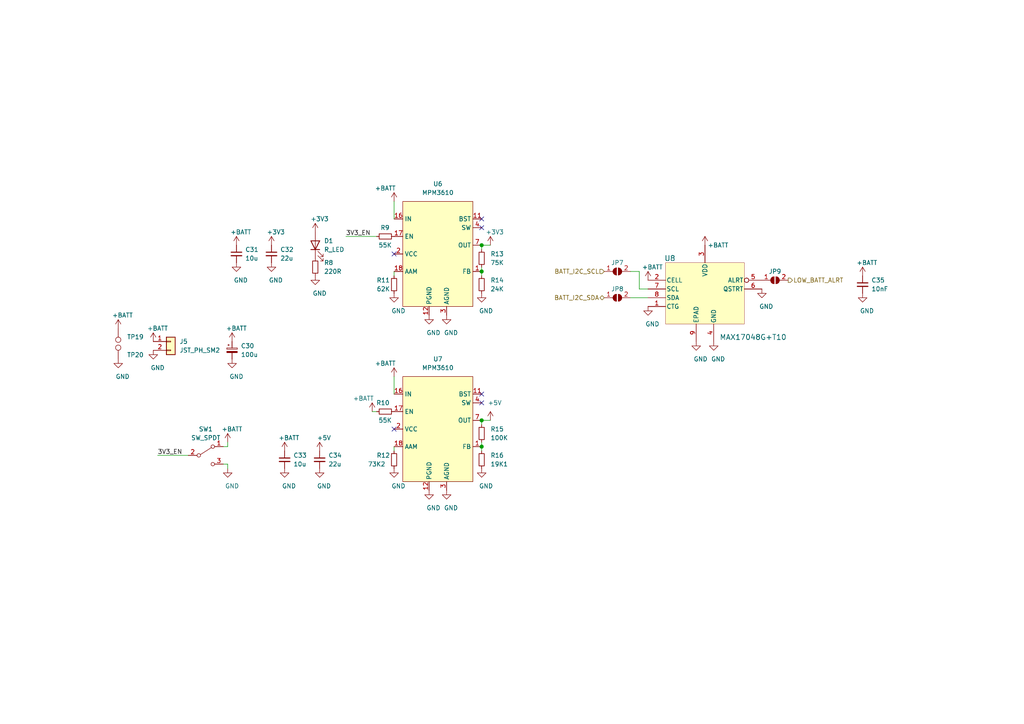
<source format=kicad_sch>
(kicad_sch (version 20210406) (generator eeschema)
  (paper "A4")
  (lib_symbols
    (symbol "Connector:TestPoint" (pin_numbers hide) (pin_names (offset 0.762) hide)
      (property "Reference" "TP" (at 0 6.858 0))
      (property "Value" "TestPoint" (at 0 5.08 0))
      (symbol "TestPoint_0_1"
        (circle (center 0 3.302) (radius 0.762))
      )
      (symbol "TestPoint_1_1"
        (pin passive line (at 0 0 90) (length 2.54) (name "1") (number "1"))
      )
    )
    (symbol "Connector_Generic:Conn_01x02" (pin_names hide)
      (property "Reference" "J" (at 0 2.54 0))
      (property "Value" "Conn_01x02" (at 0 -5.08 0))
      (symbol "Conn_01x02_1_1"
        (rectangle (start -1.27 -2.413) (end 0 -2.667) (stroke (width 0.1524)))
        (rectangle (start -1.27 0.127) (end 0 -0.127) (stroke (width 0.1524)))
        (rectangle (start -1.27 1.27) (end 1.27 -3.81) (stroke (width 0.254)) (fill (type background)))
        (pin passive line (at -5.08 0 0) (length 3.81) (name "Pin_1") (number "1"))
        (pin passive line (at -5.08 -2.54 0) (length 3.81) (name "Pin_2") (number "2"))
      )
    )
    (symbol "Converter_DCDC_U:MPM3610"
      (property "Reference" "U" (at -8.89 13.97 0))
      (property "Value" "MPM3610" (at 6.35 13.97 0))
      (symbol "MPM3610_0_1"
        (rectangle (start -10.16 12.7) (end 10.16 -17.78) (fill (type background)))
      )
      (symbol "MPM3610_1_1"
        (pin input line (at 12.7 -7.62 180) (length 2.54) (name "FB") (number "1"))
        (pin no_connect line (at 10.16 -12.7 180) (length 2.54) hide (name "NC") (number "10"))
        (pin input line (at 12.7 7.62 180) (length 2.54) (name "BST") (number "11"))
        (pin input line (at -2.54 -20.32 90) (length 2.54) (name "PGND") (number "12"))
        (pin input line (at -2.54 -20.32 90) (length 2.54) hide (name "PGND") (number "13"))
        (pin input line (at -2.54 -20.32 90) (length 2.54) hide (name "PGND") (number "14"))
        (pin no_connect line (at 10.16 -10.16 180) (length 2.54) hide (name "NC") (number "15"))
        (pin power_in line (at -12.7 7.62 0) (length 2.54) (name "IN") (number "16"))
        (pin input line (at -12.7 2.54 0) (length 2.54) (name "EN") (number "17"))
        (pin input line (at -12.7 -7.62 0) (length 2.54) (name "AAM") (number "18"))
        (pin power_out line (at -12.7 -2.54 0) (length 2.54) (name "VCC") (number "2"))
        (pin input line (at 2.54 -20.32 90) (length 2.54) (name "AGND") (number "3"))
        (pin output line (at 12.7 5.08 180) (length 2.54) (name "SW") (number "4"))
        (pin output line (at 12.7 5.08 180) (length 2.54) hide (name "SW") (number "5"))
        (pin output line (at 12.7 5.08 180) (length 2.54) hide (name "SW") (number "6"))
        (pin power_out line (at 12.7 0 180) (length 2.54) (name "OUT") (number "7"))
        (pin power_out line (at 12.7 0 180) (length 2.54) hide (name "OUT") (number "8"))
        (pin power_out line (at 12.7 0 180) (length 2.54) hide (name "OUT") (number "9"))
      )
    )
    (symbol "Device:C_Polarized_Small" (pin_numbers hide) (pin_names (offset 0.254) hide)
      (property "Reference" "C" (at 0.254 1.778 0))
      (property "Value" "C_Polarized_Small" (at 0.254 -2.032 0))
      (symbol "C_Polarized_Small_0_1"
        (rectangle (start -1.524 0.6858) (end 1.524 0.3048))
        (rectangle (start -1.524 -0.3048) (end 1.524 -0.6858) (fill (type outline)))
        (polyline (pts (xy -1.27 1.524) (xy -0.762 1.524)))
        (polyline (pts (xy -1.016 1.27) (xy -1.016 1.778)))
      )
      (symbol "C_Polarized_Small_1_1"
        (pin passive line (at 0 2.54 270) (length 1.8542) (name "~") (number "1"))
        (pin passive line (at 0 -2.54 90) (length 1.8542) (name "~") (number "2"))
      )
    )
    (symbol "Device:C_Small" (pin_numbers hide) (pin_names (offset 0.254) hide)
      (property "Reference" "C" (at 0.254 1.778 0))
      (property "Value" "C_Small" (at 0.254 -2.032 0))
      (symbol "C_Small_0_1"
        (polyline (pts (xy -1.524 -0.508) (xy 1.524 -0.508)) (stroke (width 0.3302)))
        (polyline (pts (xy -1.524 0.508) (xy 1.524 0.508)) (stroke (width 0.3048)))
      )
      (symbol "C_Small_1_1"
        (pin passive line (at 0 2.54 270) (length 2.032) (name "~") (number "1"))
        (pin passive line (at 0 -2.54 90) (length 2.032) (name "~") (number "2"))
      )
    )
    (symbol "Device:LED" (pin_numbers hide) (pin_names hide)
      (property "Reference" "D" (at 0 2.54 0))
      (property "Value" "LED" (at 0 -2.54 0))
      (symbol "LED_0_1"
        (polyline (pts (xy -1.27 -1.27) (xy -1.27 1.27)) (stroke (width 0.254)))
        (polyline (pts (xy -1.27 0) (xy 1.27 0)))
        (polyline (pts (xy 1.27 -1.27) (xy 1.27 1.27) (xy -1.27 0) (xy 1.27 -1.27)) (stroke (width 0.254)))
        (polyline (pts (xy -3.048 -0.762) (xy -4.572 -2.286) (xy -3.81 -2.286) (xy -4.572 -2.286) (xy -4.572 -1.524)))
        (polyline (pts (xy -1.778 -0.762) (xy -3.302 -2.286) (xy -2.54 -2.286) (xy -3.302 -2.286) (xy -3.302 -1.524)))
      )
      (symbol "LED_1_1"
        (pin passive line (at -3.81 0 0) (length 2.54) (name "K") (number "1"))
        (pin passive line (at 3.81 0 180) (length 2.54) (name "A") (number "2"))
      )
    )
    (symbol "Device:R_Small" (pin_numbers hide) (pin_names (offset 0.254) hide)
      (property "Reference" "R" (at 0.762 0.508 0))
      (property "Value" "R_Small" (at 0.762 -1.016 0))
      (symbol "R_Small_0_1"
        (rectangle (start -0.762 1.778) (end 0.762 -1.778) (stroke (width 0.2032)))
      )
      (symbol "R_Small_1_1"
        (pin passive line (at 0 2.54 270) (length 0.762) (name "~") (number "1"))
        (pin passive line (at 0 -2.54 90) (length 0.762) (name "~") (number "2"))
      )
    )
    (symbol "Jumper:SolderJumper_2_Open" (pin_names (offset 0) hide)
      (property "Reference" "JP" (at 0 2.032 0))
      (property "Value" "SolderJumper_2_Open" (at 0 -2.54 0))
      (symbol "SolderJumper_2_Open_0_1"
        (arc (start -0.254 1.016) (end -0.254 -1.016) (radius (at -0.254 0) (length 1.016) (angles 90.1 -90.1)))
        (arc (start 0.254 -1.016) (end 0.254 1.016) (radius (at 0.254 0) (length 1.016) (angles -89.9 89.9)))
        (arc (start -0.254 1.016) (end -0.254 -1.016) (radius (at -0.254 0) (length 1.016) (angles 90.1 -90.1)) (fill (type outline)))
        (arc (start 0.254 -1.016) (end 0.254 1.016) (radius (at 0.254 0) (length 1.016) (angles -89.9 89.9)) (fill (type outline)))
        (polyline (pts (xy -0.254 1.016) (xy -0.254 -1.016)))
        (polyline (pts (xy 0.254 1.016) (xy 0.254 -1.016)))
      )
      (symbol "SolderJumper_2_Open_1_1"
        (pin passive line (at -3.81 0 0) (length 2.54) (name "A") (number "1"))
        (pin passive line (at 3.81 0 180) (length 2.54) (name "B") (number "2"))
      )
    )
    (symbol "M_Battery-Management:MAX17049G+T10" (pin_names (offset 0.254))
      (property "Reference" "U" (at -11.43 11.43 0))
      (property "Value" "MAX17049G+T10" (at -11.43 8.89 0))
      (symbol "MAX17049G+T10_1_1"
        (rectangle (start -11.43 7.62) (end 11.43 -10.16) (stroke (width 0.0006)) (fill (type background)))
        (pin unspecified line (at -16.51 -5.08 0) (length 5.08) (name "CTG") (number "1"))
        (pin input line (at -16.51 2.54 0) (length 5.08) (name "CELL") (number "2"))
        (pin power_in line (at 0 12.7 270) (length 5.08) (name "VDD") (number "3"))
        (pin power_in line (at 2.54 -15.24 90) (length 5.08) (name "GND") (number "4"))
        (pin output inverted (at 16.51 2.54 180) (length 5.08) (name "ALRT") (number "5"))
        (pin input line (at 16.51 0 180) (length 5.08) (name "QSTRT") (number "6"))
        (pin input line (at -16.51 0 0) (length 5.08) (name "SCL") (number "7"))
        (pin bidirectional line (at -16.51 -2.54 0) (length 5.08) (name "SDA") (number "8"))
        (pin unspecified line (at -2.54 -15.24 90) (length 5.08) (name "EPAD") (number "9"))
      )
    )
    (symbol "Switch:SW_SPDT" (pin_names (offset 0) hide)
      (property "Reference" "SW" (at 0 4.318 0))
      (property "Value" "SW_SPDT" (at 0 -5.08 0))
      (symbol "SW_SPDT_0_0"
        (circle (center -2.032 0) (radius 0.508))
        (circle (center 2.032 -2.54) (radius 0.508))
      )
      (symbol "SW_SPDT_0_1"
        (circle (center 2.032 2.54) (radius 0.508))
        (polyline (pts (xy -1.524 0.254) (xy 1.651 2.286)))
      )
      (symbol "SW_SPDT_1_1"
        (pin passive line (at 5.08 2.54 180) (length 2.54) (name "A") (number "1"))
        (pin passive line (at -5.08 0 0) (length 2.54) (name "B") (number "2"))
        (pin passive line (at 5.08 -2.54 180) (length 2.54) (name "C") (number "3"))
      )
    )
    (symbol "power:+3V3" (power) (pin_names (offset 0))
      (property "Value" "+3V3" (at 0 3.556 0))
      (symbol "+3V3_0_1"
        (polyline (pts (xy -0.762 1.27) (xy 0 2.54)))
        (polyline (pts (xy 0 0) (xy 0 2.54)))
        (polyline (pts (xy 0 2.54) (xy 0.762 1.27)))
      )
      (symbol "+3V3_1_1"
        (pin power_in line (at 0 0 90) (length 0) hide (name "+3V3") (number "1"))
      )
    )
    (symbol "power:+5V" (power) (pin_names (offset 0))
      (property "Value" "+5V" (at 0 3.556 0))
      (symbol "+5V_0_1"
        (polyline (pts (xy -0.762 1.27) (xy 0 2.54)))
        (polyline (pts (xy 0 0) (xy 0 2.54)))
        (polyline (pts (xy 0 2.54) (xy 0.762 1.27)))
      )
      (symbol "+5V_1_1"
        (pin power_in line (at 0 0 90) (length 0) hide (name "+5V") (number "1"))
      )
    )
    (symbol "power:+BATT" (power) (pin_names (offset 0))
      (property "Value" "+BATT" (at 0 3.556 0))
      (symbol "+BATT_0_1"
        (polyline (pts (xy -0.762 1.27) (xy 0 2.54)))
        (polyline (pts (xy 0 0) (xy 0 2.54)))
        (polyline (pts (xy 0 2.54) (xy 0.762 1.27)))
      )
      (symbol "+BATT_1_1"
        (pin power_in line (at 0 0 90) (length 0) hide (name "+BATT") (number "1"))
      )
    )
    (symbol "power:GND" (power) (pin_names (offset 0))
      (property "Value" "GND" (at 0 -3.81 0))
      (symbol "GND_0_1"
        (polyline (pts (xy 0 0) (xy 0 -1.27) (xy 1.27 -1.27) (xy 0 -2.54) (xy -1.27 -1.27) (xy 0 -1.27)))
      )
      (symbol "GND_1_1"
        (pin power_in line (at 0 0 270) (length 0) hide (name "GND") (number "1"))
      )
    )
  )
  (junction (at 139.7 71.12) (diameter 1.016))
  (junction (at 139.7 78.74) (diameter 1.016))
  (junction (at 139.7 121.92) (diameter 1.016))
  (junction (at 139.7 129.54) (diameter 1.016))
  (no_connect (at 114.3 73.66))
  (no_connect (at 114.3 124.46))
  (no_connect (at 139.7 63.5))
  (no_connect (at 139.7 66.04))
  (no_connect (at 139.7 114.3))
  (no_connect (at 139.7 116.84))
  (wire (pts (xy 45.72 132.08) (xy 54.61 132.08)))
  (wire (pts (xy 64.77 129.54) (xy 66.04 129.54)))
  (wire (pts (xy 64.77 134.62) (xy 66.04 134.62)))
  (wire (pts (xy 66.04 129.54) (xy 66.04 128.27)))
  (wire (pts (xy 66.04 134.62) (xy 66.04 135.89)))
  (wire (pts (xy 100.33 68.58) (xy 109.22 68.58)))
  (wire (pts (xy 107.95 119.38) (xy 109.22 119.38)))
  (wire (pts (xy 114.3 58.42) (xy 114.3 63.5)))
  (wire (pts (xy 114.3 78.74) (xy 114.3 80.01)))
  (wire (pts (xy 114.3 109.22) (xy 114.3 114.3)))
  (wire (pts (xy 114.3 129.54) (xy 114.3 130.81)))
  (wire (pts (xy 139.7 71.12) (xy 139.7 72.39)))
  (wire (pts (xy 139.7 71.12) (xy 142.24 71.12)))
  (wire (pts (xy 139.7 77.47) (xy 139.7 78.74)))
  (wire (pts (xy 139.7 78.74) (xy 139.7 80.01)))
  (wire (pts (xy 139.7 121.92) (xy 139.7 123.19)))
  (wire (pts (xy 139.7 121.92) (xy 142.24 121.92)))
  (wire (pts (xy 139.7 128.27) (xy 139.7 129.54)))
  (wire (pts (xy 139.7 129.54) (xy 139.7 130.81)))
  (wire (pts (xy 182.88 86.36) (xy 187.96 86.36)))
  (wire (pts (xy 185.42 78.74) (xy 182.88 78.74)))
  (wire (pts (xy 185.42 83.82) (xy 185.42 78.74)))
  (wire (pts (xy 187.96 83.82) (xy 185.42 83.82)))
  (label "3V3_EN" (at 45.72 132.08 0))
  (label "3V3_EN" (at 100.33 68.58 0))
  (hierarchical_label "BATT_I2C_SCL" (shape input) (at 175.26 78.74 180))
  (hierarchical_label "BATT_I2C_SDA" (shape bidirectional) (at 175.26 86.36 180))
  (hierarchical_label "LOW_BATT_ALRT" (shape output) (at 228.6 81.28 0))
  (symbol (lib_id "power:+BATT") (at 34.29 95.25 0) (unit 1)
    (property "Reference" "#PWR0275" (effects hide))
    (property "Value" "+BATT" (at 35.56 91.44 0))
  )
  (symbol (lib_id "power:+BATT") (at 44.45 99.06 0) (unit 1)
    (property "Reference" "#PWR0253" (effects hide))
    (property "Value" "+BATT" (at 45.72 95.25 0))
  )
  (symbol (lib_id "power:+BATT") (at 66.04 128.27 0) (unit 1)
    (property "Reference" "#PWR0262" (effects hide))
    (property "Value" "+BATT" (at 67.31 124.46 0))
  )
  (symbol (lib_id "power:+BATT") (at 67.31 99.06 0) (unit 1)
    (property "Reference" "#PWR0254" (effects hide))
    (property "Value" "+BATT" (at 68.58 95.25 0))
  )
  (symbol (lib_id "power:+BATT") (at 68.58 71.12 0) (unit 1)
    (property "Reference" "#PWR0238" (effects hide))
    (property "Value" "+BATT" (at 69.85 67.31 0))
  )
  (symbol (lib_id "power:+3V3") (at 78.74 71.12 0) (unit 1)
    (property "Reference" "#PWR0236" (effects hide))
    (property "Value" "+3V3" (at 80.01 67.31 0))
  )
  (symbol (lib_id "power:+BATT") (at 82.55 130.81 0) (unit 1)
    (property "Reference" "#PWR0259" (effects hide))
    (property "Value" "+BATT" (at 83.82 127 0))
  )
  (symbol (lib_id "power:+3V3") (at 91.44 67.31 0) (unit 1)
    (property "Reference" "#PWR0231" (effects hide))
    (property "Value" "+3V3" (at 92.71 63.5 0))
  )
  (symbol (lib_id "power:+5V") (at 92.71 130.81 0) (unit 1)
    (property "Reference" "#PWR0260" (effects hide))
    (property "Value" "+5V" (at 93.98 127 0))
  )
  (symbol (lib_id "power:+BATT") (at 107.95 119.38 0) (unit 1)
    (property "Reference" "#PWR0257" (effects hide))
    (property "Value" "+BATT" (at 105.41 115.57 0))
  )
  (symbol (lib_id "power:+BATT") (at 114.3 58.42 0) (unit 1)
    (property "Reference" "#PWR0233" (effects hide))
    (property "Value" "+BATT" (at 111.76 54.61 0))
  )
  (symbol (lib_id "power:+BATT") (at 114.3 109.22 0) (unit 1)
    (property "Reference" "#PWR0256" (effects hide))
    (property "Value" "+BATT" (at 111.76 105.41 0))
  )
  (symbol (lib_id "power:+3V3") (at 142.24 71.12 0) (unit 1)
    (property "Reference" "#PWR0242" (effects hide))
    (property "Value" "+3V3" (at 143.51 67.31 0))
  )
  (symbol (lib_id "power:+5V") (at 142.24 121.92 0) (unit 1)
    (property "Reference" "#PWR0243" (effects hide))
    (property "Value" "+5V" (at 143.51 116.84 0))
  )
  (symbol (lib_id "power:+BATT") (at 187.96 81.28 0) (unit 1)
    (property "Reference" "#PWR0250" (effects hide))
    (property "Value" "+BATT" (at 189.23 77.47 0))
  )
  (symbol (lib_id "power:+BATT") (at 204.47 71.12 0) (unit 1)
    (property "Reference" "#PWR0247" (effects hide))
    (property "Value" "+BATT" (at 208.28 71.12 0))
  )
  (symbol (lib_id "power:+BATT") (at 250.19 80.01 0) (unit 1)
    (property "Reference" "#PWR0245" (effects hide))
    (property "Value" "+BATT" (at 251.46 76.2 0))
  )
  (symbol (lib_id "Connector:TestPoint") (at 34.29 95.25 180) (unit 1)
    (property "Reference" "TP19" (at 36.83 97.7264 0) (effects (justify right)))
    (property "Value" "TestPoint" (effects hide))
    (property "Footprint" "Pads:Pad_3x3mm" (effects hide))
  )
  (symbol (lib_id "Connector:TestPoint") (at 34.29 104.14 0) (unit 1)
    (property "Reference" "TP20" (at 36.83 102.9334 0) (effects (justify left)))
    (property "Value" "TestPoint" (effects hide))
    (property "Footprint" "Pads:Pad_3x3mm" (effects hide))
  )
  (symbol (lib_id "power:GND") (at 34.29 104.14 0) (unit 1)
    (property "Reference" "#PWR0274" (effects hide))
    (property "Value" "GND" (at 35.56 109.22 0))
  )
  (symbol (lib_id "power:GND") (at 44.45 101.6 0) (unit 1)
    (property "Reference" "#PWR0255" (effects hide))
    (property "Value" "GND" (at 45.72 106.68 0))
  )
  (symbol (lib_id "power:GND") (at 66.04 135.89 0) (unit 1)
    (property "Reference" "#PWR0263" (effects hide))
    (property "Value" "GND" (at 67.31 140.97 0))
  )
  (symbol (lib_id "power:GND") (at 67.31 104.14 0) (unit 1)
    (property "Reference" "#PWR0252" (effects hide))
    (property "Value" "GND" (at 68.58 109.22 0))
  )
  (symbol (lib_id "power:GND") (at 68.58 76.2 0) (unit 1)
    (property "Reference" "#PWR0235" (effects hide))
    (property "Value" "GND" (at 69.85 81.28 0))
  )
  (symbol (lib_id "power:GND") (at 78.74 76.2 0) (unit 1)
    (property "Reference" "#PWR0237" (effects hide))
    (property "Value" "GND" (at 80.01 81.28 0))
  )
  (symbol (lib_id "power:GND") (at 82.55 135.89 0) (unit 1)
    (property "Reference" "#PWR0261" (effects hide))
    (property "Value" "GND" (at 83.82 140.97 0))
  )
  (symbol (lib_id "power:GND") (at 91.44 80.01 0) (unit 1)
    (property "Reference" "#PWR0232" (effects hide))
    (property "Value" "GND" (at 92.71 85.09 0))
  )
  (symbol (lib_id "power:GND") (at 92.71 135.89 0) (unit 1)
    (property "Reference" "#PWR0258" (effects hide))
    (property "Value" "GND" (at 93.98 140.97 0))
  )
  (symbol (lib_id "power:GND") (at 114.3 85.09 0) (unit 1)
    (property "Reference" "#PWR0234" (effects hide))
    (property "Value" "GND" (at 115.57 90.17 0))
  )
  (symbol (lib_id "power:GND") (at 114.3 135.89 0) (unit 1)
    (property "Reference" "#PWR0265" (effects hide))
    (property "Value" "GND" (at 115.57 140.97 0))
  )
  (symbol (lib_id "power:GND") (at 124.46 91.44 0) (unit 1)
    (property "Reference" "#PWR0239" (effects hide))
    (property "Value" "GND" (at 125.73 96.52 0))
  )
  (symbol (lib_id "power:GND") (at 124.46 142.24 0) (unit 1)
    (property "Reference" "#PWR0266" (effects hide))
    (property "Value" "GND" (at 125.73 147.32 0))
  )
  (symbol (lib_id "power:GND") (at 129.54 91.44 0) (unit 1)
    (property "Reference" "#PWR0240" (effects hide))
    (property "Value" "GND" (at 130.81 96.52 0))
  )
  (symbol (lib_id "power:GND") (at 129.54 142.24 0) (unit 1)
    (property "Reference" "#PWR0267" (effects hide))
    (property "Value" "GND" (at 130.81 147.32 0))
  )
  (symbol (lib_id "power:GND") (at 139.7 85.09 0) (unit 1)
    (property "Reference" "#PWR0241" (effects hide))
    (property "Value" "GND" (at 140.97 90.17 0))
  )
  (symbol (lib_id "power:GND") (at 139.7 135.89 0) (unit 1)
    (property "Reference" "#PWR0264" (effects hide))
    (property "Value" "GND" (at 140.97 140.97 0))
  )
  (symbol (lib_id "power:GND") (at 187.96 88.9 0) (unit 1)
    (property "Reference" "#PWR0248" (effects hide))
    (property "Value" "GND" (at 189.23 93.98 0))
  )
  (symbol (lib_id "power:GND") (at 201.93 99.06 0) (unit 1)
    (property "Reference" "#PWR0249" (effects hide))
    (property "Value" "GND" (at 203.2 104.14 0))
  )
  (symbol (lib_id "power:GND") (at 207.01 99.06 0) (unit 1)
    (property "Reference" "#PWR0251" (effects hide))
    (property "Value" "GND" (at 208.28 104.14 0))
  )
  (symbol (lib_id "power:GND") (at 220.98 83.82 0) (unit 1)
    (property "Reference" "#PWR0244" (effects hide))
    (property "Value" "GND" (at 222.25 88.9 0))
  )
  (symbol (lib_id "power:GND") (at 250.19 85.09 0) (unit 1)
    (property "Reference" "#PWR0246" (effects hide))
    (property "Value" "GND" (at 251.46 90.17 0))
  )
  (symbol (lib_id "Device:R_Small") (at 91.44 77.47 0) (unit 1)
    (property "Reference" "R8" (at 93.98 76.2 0) (effects (justify left)))
    (property "Value" "220R" (at 93.98 78.74 0) (effects (justify left)))
    (property "Footprint" "Resistor_SMD:R_0402_1005Metric" (effects hide))
  )
  (symbol (lib_id "Device:R_Small") (at 111.76 68.58 90) (unit 1)
    (property "Reference" "R9" (at 113.03 66.04 90) (effects (justify left)))
    (property "Value" "55K" (at 113.665 71.12 90) (effects (justify left)))
    (property "Footprint" "Resistor_SMD:R_0402_1005Metric" (effects hide))
  )
  (symbol (lib_id "Device:R_Small") (at 111.76 119.38 90) (unit 1)
    (property "Reference" "R10" (at 113.03 116.84 90) (effects (justify left)))
    (property "Value" "55K" (at 113.665 121.92 90) (effects (justify left)))
    (property "Footprint" "Resistor_SMD:R_0402_1005Metric" (effects hide))
  )
  (symbol (lib_id "Device:R_Small") (at 114.3 82.55 0) (unit 1)
    (property "Reference" "R11" (at 109.22 81.28 0) (effects (justify left)))
    (property "Value" "62K" (at 109.22 83.82 0) (effects (justify left)))
    (property "Footprint" "Resistor_SMD:R_0402_1005Metric" (effects hide))
  )
  (symbol (lib_id "Device:R_Small") (at 114.3 133.35 0) (unit 1)
    (property "Reference" "R12" (at 109.22 132.08 0) (effects (justify left)))
    (property "Value" "73K2" (at 106.68 134.62 0) (effects (justify left)))
    (property "Footprint" "Resistor_SMD:R_0402_1005Metric" (effects hide))
  )
  (symbol (lib_id "Device:R_Small") (at 139.7 74.93 0) (unit 1)
    (property "Reference" "R13" (at 142.24 73.66 0) (effects (justify left)))
    (property "Value" "75K" (at 142.24 76.2 0) (effects (justify left)))
    (property "Footprint" "Resistor_SMD:R_0402_1005Metric" (effects hide))
  )
  (symbol (lib_id "Device:R_Small") (at 139.7 82.55 0) (unit 1)
    (property "Reference" "R14" (at 142.24 81.28 0) (effects (justify left)))
    (property "Value" "24K" (at 142.24 83.82 0) (effects (justify left)))
    (property "Footprint" "Resistor_SMD:R_0402_1005Metric" (effects hide))
  )
  (symbol (lib_id "Device:R_Small") (at 139.7 125.73 0) (unit 1)
    (property "Reference" "R15" (at 142.24 124.46 0) (effects (justify left)))
    (property "Value" "100K" (at 142.24 127 0) (effects (justify left)))
    (property "Footprint" "Resistor_SMD:R_0402_1005Metric" (effects hide))
  )
  (symbol (lib_id "Device:R_Small") (at 139.7 133.35 0) (unit 1)
    (property "Reference" "R16" (at 142.24 132.08 0) (effects (justify left)))
    (property "Value" "19K1" (at 142.24 134.62 0) (effects (justify left)))
    (property "Footprint" "Resistor_SMD:R_0402_1005Metric" (effects hide))
  )
  (symbol (lib_id "Jumper:SolderJumper_2_Open") (at 179.07 78.74 0) (unit 1)
    (property "Reference" "JP7" (at 179.07 76.2 0))
    (property "Value" "SolderJumper_2_Open" (effects hide))
    (property "Footprint" "Jumper:SolderJumper-2_P1.3mm_Open_RoundedPad1.0x1.5mm" (effects hide))
  )
  (symbol (lib_id "Jumper:SolderJumper_2_Open") (at 179.07 86.36 0) (unit 1)
    (property "Reference" "JP8" (at 179.07 83.82 0))
    (property "Value" "SolderJumper_2_Open" (effects hide))
    (property "Footprint" "Jumper:SolderJumper-2_P1.3mm_Open_RoundedPad1.0x1.5mm" (effects hide))
  )
  (symbol (lib_id "Jumper:SolderJumper_2_Open") (at 224.79 81.28 0) (unit 1)
    (property "Reference" "JP9" (at 224.79 78.74 0))
    (property "Value" "SolderJumper_2_Open" (effects hide))
    (property "Footprint" "Jumper:SolderJumper-2_P1.3mm_Open_RoundedPad1.0x1.5mm" (effects hide))
  )
  (symbol (lib_id "Device:C_Polarized_Small") (at 67.31 101.6 0) (unit 1)
    (property "Reference" "C30" (at 69.85 100.33 0) (effects (justify left)))
    (property "Value" "100u" (at 69.85 102.87 0) (effects (justify left)))
    (property "Footprint" "Capacitor_Tantalum_SMD:CP_EIA-7343-31_Kemet-D" (effects hide))
  )
  (symbol (lib_id "Device:C_Small") (at 68.58 73.66 0) (unit 1)
    (property "Reference" "C31" (at 71.12 72.39 0) (effects (justify left)))
    (property "Value" "10u" (at 71.12 74.93 0) (effects (justify left)))
    (property "Footprint" "Capacitor_SMD:C_0603_1608Metric" (effects hide))
  )
  (symbol (lib_id "Device:C_Small") (at 78.74 73.66 0) (unit 1)
    (property "Reference" "C32" (at 81.28 72.39 0) (effects (justify left)))
    (property "Value" "22u" (at 81.28 74.93 0) (effects (justify left)))
    (property "Footprint" "Capacitor_SMD:C_0603_1608Metric" (effects hide))
  )
  (symbol (lib_id "Device:C_Small") (at 82.55 133.35 0) (unit 1)
    (property "Reference" "C33" (at 85.09 132.08 0) (effects (justify left)))
    (property "Value" "10u" (at 85.09 134.62 0) (effects (justify left)))
    (property "Footprint" "Capacitor_SMD:C_0603_1608Metric" (effects hide))
  )
  (symbol (lib_id "Device:C_Small") (at 92.71 133.35 0) (unit 1)
    (property "Reference" "C34" (at 95.25 132.08 0) (effects (justify left)))
    (property "Value" "22u" (at 95.25 134.62 0) (effects (justify left)))
    (property "Footprint" "Capacitor_SMD:C_0603_1608Metric" (effects hide))
  )
  (symbol (lib_id "Device:C_Small") (at 250.19 82.55 0) (unit 1)
    (property "Reference" "C35" (at 252.73 81.28 0) (effects (justify left)))
    (property "Value" "10nF" (at 252.73 83.82 0) (effects (justify left)))
    (property "Footprint" "Capacitor_SMD:C_0402_1005Metric" (effects hide))
  )
  (symbol (lib_id "Device:LED") (at 91.44 71.12 90) (unit 1)
    (property "Reference" "D1" (at 93.98 69.85 90) (effects (justify right)))
    (property "Value" "R_LED" (at 93.98 72.39 90) (effects (justify right)))
    (property "Footprint" "LED_SMD:LED_0603_1608Metric_Pad1.05x0.95mm_HandSolder" (effects hide))
  )
  (symbol (lib_id "Connector_Generic:Conn_01x02") (at 49.53 99.06 0) (unit 1)
    (property "Reference" "J5" (at 52.07 99.06 0) (effects (justify left)))
    (property "Value" "JST_PH_SM2" (at 52.07 101.6 0) (effects (justify left)))
    (property "Footprint" "Connector_JST:JST_PH_S2B-PH-SM4-TB_1x02-1MP_P2.00mm_Horizontal" (effects hide))
  )
  (symbol (lib_id "Switch:SW_SPDT") (at 59.69 132.08 0) (unit 1)
    (property "Reference" "SW1" (at 59.69 124.46 0))
    (property "Value" "SW_SPDT" (at 59.69 127 0))
    (property "Footprint" "Button_Switch_SMD:SW_SPDT_PCM12" (effects hide))
  )
  (symbol (lib_id "Converter_DCDC_U:MPM3610") (at 127 71.12 0) (unit 1)
    (property "Reference" "U6" (at 127 53.34 0))
    (property "Value" "MPM3610" (at 127 55.88 0))
    (property "Footprint" "Package_DFN_QFN_U:MPM3610_QFN-20_5x3mm" (effects hide))
    (property "Datasheet" "https://www.monolithicpower.com/en/documentview/productdocument/index/version/2/document_type/Datasheet/lang/en/sku/MPM3610GQV/document_id/2090/" (effects hide))
  )
  (symbol (lib_id "Converter_DCDC_U:MPM3610") (at 127 121.92 0) (unit 1)
    (property "Reference" "U7" (at 127 104.14 0))
    (property "Value" "MPM3610" (at 127 106.68 0))
    (property "Footprint" "Package_DFN_QFN_U:MPM3610_QFN-20_5x3mm" (effects hide))
    (property "Datasheet" "https://www.monolithicpower.com/en/documentview/productdocument/index/version/2/document_type/Datasheet/lang/en/sku/MPM3610GQV/document_id/2090/" (effects hide))
  )
  (symbol (lib_id "M_Battery-Management:MAX17049G+T10") (at 204.47 83.82 0) (unit 1)
    (property "Reference" "U8" (at 194.31 74.93 0) (effects (font (size 1.524 1.524))))
    (property "Value" "MAX17048G+T10" (at 218.44 97.79 0) (effects (font (size 1.524 1.524))))
    (property "Footprint" "M_Battery-Management:MAX17049GT10" (effects hide))
    (property "Datasheet" "https://datasheets.maximintegrated.com/en/ds/MAX17048-MAX17049.pdf" (effects hide))
  )
)
</source>
